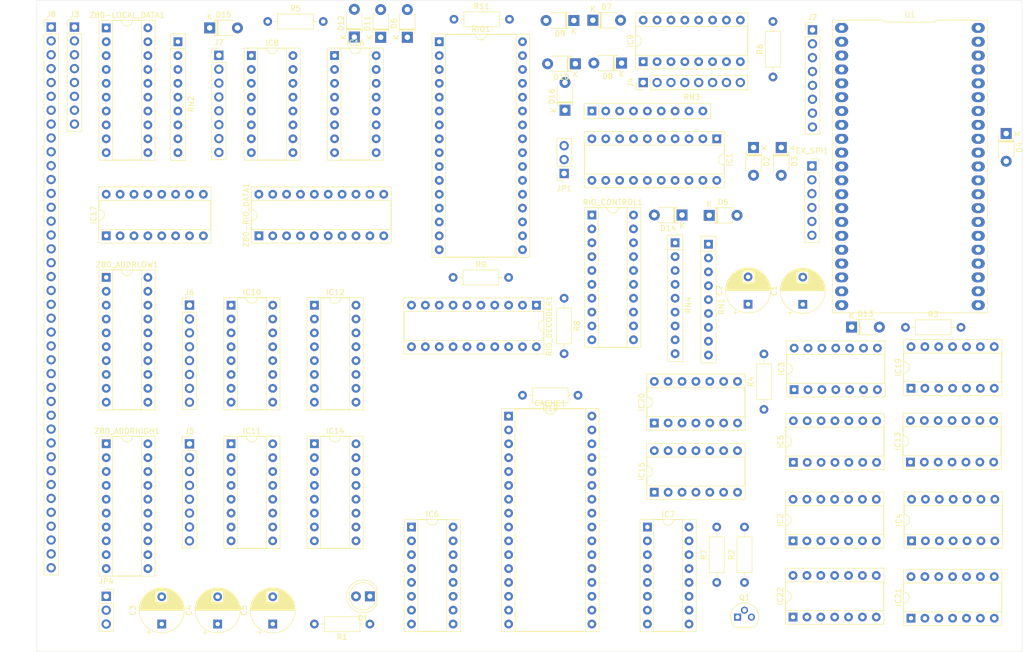
<source format=kicad_pcb>
(kicad_pcb (version 20221018) (generator pcbnew)
  (layers (0 "F.Cu" signal) (31 "B.Cu" signal) (34 "B.Paste" user) (35 "F.Paste" user) (36 "B.SilkS" user "B.Silkscreen") (37 "F.SilkS" user "F.Silkscreen") (38 "B.Mask" user) (39 "F.Mask" user) (44 "Edge.Cuts" user))
  (net 0 "")
  (net 1 "/CORE/ESP_WAIT_RESET")
  (net 2 "GND")
  (net 3 "VCC")
  (net 4 "Net-(IC5A-I0)")
  (net 5 "/CACHE/LOCAL_DATA_3")
  (net 7 "/CACHE/LOCAL_DATA_4")
  (net 8 "Net-(D1-K)")
  (net 9 "/CACHE/LOCAL_DATA_5")
  (net 10 "/CACHE/LOCAL_ADD_12")
  (net 11 "/CACHE/LOCAL_DATA_6")
  (net 12 "/CACHE/LOCAL_ADD_7")
  (net 13 "/CACHE/LOCAL_DATA_7")
  (net 14 "/CACHE/LOCAL_ADD_6")
  (net 15 "/CACHE/CACHE_CS")
  (net 16 "/CACHE/LOCAL_ADD_5")
  (net 17 "/CACHE/LOCAL_ADD_10")
  (net 18 "/CACHE/LOCAL_ADD_4")
  (net 19 "/CACHE/CACHE_OE")
  (net 20 "/CACHE/LOCAL_ADD_3")
  (net 21 "/CACHE/LOCAL_ADD_11")
  (net 22 "/CACHE/LOCAL_ADD_2")
  (net 23 "/CACHE/LOCAL_ADD_9")
  (net 24 "/CACHE/LOCAL_ADD_1")
  (net 25 "/CACHE/LOCAL_ADD_8")
  (net 26 "/CACHE/LOCAL_ADD_0")
  (net 27 "Net-(D4-K)")
  (net 28 "/CACHE/LOCAL_DATA_0")
  (net 29 "/CACHE/CACHE_WE")
  (net 30 "/CACHE/LOCAL_DATA_1")
  (net 31 "/CACHE/CACHE_CE2")
  (net 32 "/CACHE/LOCAL_DATA_2")
  (net 33 "Net-(D5-K)")
  (net 34 "Net-(D13-K)")
  (net 35 "Net-(D14-K)")
  (net 36 "/CORE/ESP_CONTROL_Z80")
  (net 37 "Net-(D15-K)")
  (net 38 "/CORE/SPIBUS/VCC")
  (net 39 "Net-(D16-K)")
  (net 40 "/CORE/ESP_INT")
  (net 41 "Net-(IC13D-O)")
  (net 42 "Net-(IC13A-I0)")
  (net 43 "Net-(IC2C-O)")
  (net 44 "Net-(IC2D-O)")
  (net 45 "Net-(IC2E-O)")
  (net 46 "Net-(IC2E-I)")
  (net 52 "Net-(IC6A-RCO)")
  (net 53 "/CORE/EX_SS")
  (net 54 "/CORE/EX_SCK")
  (net 55 "/CORE/EX_MISO")
  (net 56 "/CORE/EX_MOSI")
  (net 62 "Net-(IC8A-QH*)")
  (net 63 "Net-(IC10A-SER)")
  (net 64 "/CORE/!ESP_HARDLOCK")
  (net 65 "/CORE/ESP_HARDLOCK")
  (net 66 "Net-(IC10A-QH*)")
  (net 69 "Net-(IC12A-QH)")
  (net 70 "/CORE/PRE_Z80_HARDLOCK")
  (net 71 "Net-(IC12A-SER)")
  (net 72 "Net-(IC13C-O)")
  (net 74 "/CORE/CLR_Z80_HARDLOCK")
  (net 76 "/CACHE/CACHE_DATASTATUS+PERM_Z80_IORQ")
  (net 77 "Net-(IC16A-QH)")
  (net 79 "Net-(IC19B-O)")
  (net 80 "Net-(IC20C-I0)")
  (net 81 "Net-(IC21A-O)")
  (net 82 "Net-(IC21B-O)")
  (net 83 "Net-(IC21C-O)")
  (net 84 "/CORE/SPIBUS/ESP_SPI.MR")
  (net 85 "/Z80 BUS/GND")
  (net 86 "/Z80 BUS/VCC")
  (net 91 "Net-(Q1-B)")
  (net 92 "Net-(RIO_DECODER1A-DIR)")
  (net 101 "/RIO/ROM_WR_PROTECT+Z80_WR")
  (net 102 "/RIO/ESP_IOD_CONFIG+Z80_WR")
  (net 103 "/RIO/ROM_D_RDY")
  (net 104 "/RIO/DEC_CE")
  (net 106 "/RIO/Z80_RD+ESP_IOD_CONFIG+PERM_Z80_IORQ")
  (net 107 "/RIO/DEC16")
  (net 108 "/!CACHE_DATASTATUS")
  (net 109 "/Z80 BUS/Z80_DATA_DIR")
  (net 110 "/Z80 BUS/Z80_ADD_OE")
  (net 111 "/Z80 BUS/Z80_DATA_OE")
  (net 112 "/Z80 BUS/Z80_ADD_DIR")
  (net 113 "/RIO/Z80_A0")
  (net 114 "/RIO/Z80_A1")
  (net 115 "/RIO/Z80_A2")
  (net 116 "/RIO/Z80_A3")
  (net 117 "/RIO/Z80_A4")
  (net 118 "/RIO/Z80_A5")
  (net 119 "/RIO/Z80_A6")
  (net 120 "/RIO/Z80_A7")
  (net 121 "/RIO/Z80_D0")
  (net 122 "/RIO/Z80_D1")
  (net 123 "/RIO/Z80_D2")
  (net 124 "/RIO/Z80_D3")
  (net 125 "/RIO/Z80_D4")
  (net 126 "/RIO/Z80_D5")
  (net 127 "/RIO/Z80_D6")
  (net 128 "/RIO/Z80_D7")
  (net 133 "/RIO/Z80_A8")
  (net 134 "/RIO/Z80_A9")
  (net 135 "/RIO/Z80_A10")
  (net 136 "/RIO/Z80_A11")
  (net 137 "/RIO/Z80_A12")
  (net 138 "/RIO/Z80_A13")
  (net 139 "/RIO/Z80_A14")
  (net 140 "/RIO/Z80_A15")
  (net 144 "/RIO/RIO_CE2")
  (net 145 "/RIO/DEC15")
  (net 146 "/RIO/ROM_D2")
  (net 147 "/RIO/ROM_D1")
  (net 148 "/RIO/DEC_WE")
  (net 149 "/RIO/ROM_D0")
  (net 150 "/RIO/DEC_OE")
  (net 151 "/RIO/ROM_D7")
  (net 152 "/RIO/ROM_D6")
  (net 153 "/RIO/ROM_D5")
  (net 154 "/RIO/DEC14")
  (net 155 "/RIO/ROM_D4")
  (net 156 "/RIO/ROM_D3")
  (net 159 "/CORE/SD_CARD_SS")
  (footprint "Capacitor_THT:CP_Radial_D8.0mm_P5.00mm" (layer "F.Cu") (at 66.04 147.32 90)
    (fp_text reference "C3")
    (fp_text value "10 uf")
  )
  (footprint "Capacitor_THT:CP_Radial_D8.0mm_P5.00mm" (layer "F.Cu") (at 76.28 147.32 90)
    (fp_text reference "C4")
    (fp_text value ".1 uf")
  )
  (footprint "Capacitor_THT:CP_Radial_D8.0mm_P5.00mm" (layer "F.Cu") (at 86.36 147.32 90)
    (fp_text reference "C5")
    (fp_text value ".1 uf")
  )
  (footprint "LED_THT:LED_D5.0mm" (layer "F.Cu") (at 104.14 142.24 180)
    (fp_text reference "D1")
    (fp_text value "POWER_LED")
  )
  (footprint "Diode_THT:D_T-1_P5.08mm_Horizontal" (layer "F.Cu") (at 144.9578 36.703)
    (fp_text reference "D7")
    (fp_text value "1N4148")
  )
  (footprint "Diode_THT:D_T-1_P5.08mm_Horizontal" (layer "F.Cu") (at 150.2156 44.5516 180)
    (fp_text reference "D8")
    (fp_text value "1N4148")
  )
  (footprint "Diode_THT:D_T-1_P5.08mm_Horizontal" (layer "F.Cu") (at 141.478 36.7538 180)
    (fp_text reference "D9")
    (fp_text value "1N4148")
  )
  (footprint "Diode_THT:D_T-1_P5.08mm_Horizontal" (layer "F.Cu") (at 141.7574 44.6786 180)
    (fp_text reference "D10")
    (fp_text value "1N4148")
  )
  (footprint "Diode_THT:D_T-1_P5.08mm_Horizontal" (layer "F.Cu") (at 161.29 72.39 180)
    (fp_text reference "D14")
    (fp_text value "1N4148")
  )
  (footprint "Package_DIP:DIP-20_W7.62mm_Socket" (layer "F.Cu") (at 167.64 58.42 -90)
    (fp_text reference "IC1")
    (fp_text value "74244N")
  )
  (footprint "Package_DIP:DIP-14_W7.62mm_Socket" (layer "F.Cu") (at 156.205 123.18 90)
    (fp_text reference "IC15")
    (fp_text value "7408N")
  )
  (footprint "Connector_PinSocket_2.54mm:PinSocket_1x03_P2.54mm_Vertical" (layer "F.Cu") (at 139.7 64.77 180)
    (fp_text reference "JP1")
    (fp_text value "PINHD-ADDR_FILTER")
  )
  (footprint "Connector_PinSocket_2.54mm:PinSocket_1x03_P2.54mm_Vertical" (layer "F.Cu") (at 55.88 142.24)
    (fp_text reference "JP4")
    (fp_text value "PINHD-POWER/RESET")
  )
  (footprint "Package_TO_SOT_THT:TO-92" (layer "F.Cu") (at 171.45 146.05)
    (fp_text reference "Q1")
    (fp_text value "2N2222 (BC337)")
  )
  (footprint "Resistor_THT:R_Axial_DIN0207_L6.3mm_D2.5mm_P10.16mm_Horizontal" (layer "F.Cu") (at 104.14 147.32 180)
    (fp_text reference "R1")
    (fp_text value "1K")
  )
  (footprint "Resistor_THT:R_Axial_DIN0207_L6.3mm_D2.5mm_P10.16mm_Horizontal" (layer "F.Cu") (at 172.72 139.7 90)
    (fp_text reference "R2")
    (fp_text value "1K")
  )
  (footprint "Resistor_THT:R_Axial_DIN0207_L6.3mm_D2.5mm_P10.16mm_Horizontal" (layer "F.Cu") (at 177.927 47.0916 90)
    (fp_text reference "R6")
    (fp_text value "22K")
  )
  (footprint "Resistor_THT:R_Axial_DIN0207_L6.3mm_D2.5mm_P10.16mm_Horizontal" (layer "F.Cu") (at 167.64 139.7 90)
    (fp_text reference "R7")
    (fp_text value "1K")
  )
  (footprint "Resistor_THT:R_Axial_DIN0207_L6.3mm_D2.5mm_P10.16mm_Horizontal" (layer "F.Cu") (at 139.7 87.63 -90)
    (fp_text reference "R8")
    (fp_text value "10K")
  )
  (footprint "Resistor_THT:R_Axial_DIN0207_L6.3mm_D2.5mm_P10.16mm_Horizontal" (layer "F.Cu") (at 119.38 83.82)
    (fp_text reference "R9")
    (fp_text value "10K")
  )
  (footprint "Resistor_THT:R_Axial_DIN0207_L6.3mm_D2.5mm_P10.16mm_Horizontal" (layer "F.Cu") (at 142.24 105.41 180)
    (fp_text reference "R10")
    (fp_text value "10K")
  )
  (footprint "Resistor_THT:R_Axial_DIN0207_L6.3mm_D2.5mm_P10.16mm_Horizontal" (layer "F.Cu") (at 119.5324 36.5252)
    (fp_text reference "R11")
    (fp_text value "10K")
  )
  (footprint "Package_DIP:DIP-20_W7.62mm_Socket" (layer "F.Cu") (at 134.62 88.9 -90)
    (fp_text reference "RIO_DECODER1")
    (fp_text value "74245N")
  )
  (footprint "Resistor_THT:R_Array_SIP9" (layer "F.Cu") (at 166.116 77.724 -90)
    (fp_text reference "RN1")
    (fp_text value "4609M-101-103LF")
  )
  (footprint "Resistor_THT:R_Array_SIP9" (layer "F.Cu") (at 160.02 77.47 -90)
    (fp_text reference "RN4")
    (fp_text value "4609M-101-103LF")
  )
  (footprint "Package_DIP:DIP-20_W7.62mm_Socket" (layer "F.Cu") (at 83.82 76.2 90)
    (fp_text reference "Z80-RIO_DATA1")
    (fp_text value "74245N")
  )
  (footprint "Package_DIP:DIP-20_W7.62mm_Socket" (layer "F.Cu") (at 55.88 83.82)
    (fp_text reference "Z80_ADDRLOW1")
    (fp_text value "74245N")
  )
  (footprint "Connector_PinHeader_2.54mm:PinHeader_1x08_P2.54mm_Vertical" (layer "F.Cu") (at 185.166 38.481)
    (fp_text reference "J2")
    (fp_text value "DIAG-ESP_SPI")
  )
  (footprint "Connector_PinHeader_2.54mm:PinHeader_1x40_P2.54mm_Vertical" (layer "F.Cu") (at 45.7962 37.9476)
    (fp_text reference "J8")
    (fp_text value "DIAG-HOST_SYSTEM_BUS")
  )
  (footprint "Package_DIP:DIP-32_W15.24mm_Socket" (layer "F.Cu") (at 116.84 40.64)
    (fp_text reference "RIO1")
    (fp_text value "AS6C1008-55PCN")
  )
  (footprint "Connector_PinHeader_2.54mm:PinHeader_1x08_P2.54mm_Vertical" (layer "F.Cu") (at 154.178 48.1076 90)
    (fp_text reference "J4")
    (fp_text value "DIAG-ESP_CONTROL")
  )
  (footprint "Connector_PinHeader_2.54mm:PinHeader_1x08_P2.54mm_Vertical" (layer "F.Cu") (at 50.0634 37.9476)
    (fp_text reference "J3")
    (fp_text value "DIAG-Z80_CONTROL")
  )
  (footprint "Diode_THT:D_T-1_P5.08mm_Horizontal" (layer "F.Cu") (at 139.8524 53.1876 90)
    (fp_text reference "D16")
    (fp_text value "1N4148")
  )
  (footprint "Package_DIP:DIP-16_W7.62mm_Socket" (layer "F.Cu") (at 55.88 76.2 90)
    (fp_text reference "IC17")
    (fp_text value "74165N")
  )
  (footprint "Resistor_THT:R_Array_SIP9" (layer "F.Cu") (at 144.78 53.34)
    (fp_text reference "RN3")
    (fp_text value "4609M-101-103LF")
  )
  (footprint "Package_DIP:DIP-16_W7.62mm_Socket" (layer "F.Cu") (at 154.178 44.2976 90)
    (fp_text reference "IC9")
    (fp_text value "74595N")
  )
  (footprint "Capacitor_THT:CP_Radial_D8.0mm_P5.00mm" (layer "F.Cu") (at 173.3804 88.7184 90)
    (fp_text reference "C2")
    (fp_text value "10UF")
  )
  (footprint "Diode_THT:D_T-1_P5.08mm_Horizontal" (layer "F.Cu") (at 106.1212 39.8272 90)
    (fp_text reference "D11")
    (fp_text value "1N4148")
  )
  (footprint "Diode_THT:D_T-1_P5.08mm_Horizontal" (layer "F.Cu") (at 192.3288 92.9132)
    (fp_text reference "D13")
    (fp_text value "1N4148")
  )
  (footprint "Resistor_THT:R_Axial_DIN0207_L6.3mm_D2.5mm_P10.16mm_Horizontal" (layer "F.Cu") (at 202.184 92.964)
    (fp_text reference "R3")
    (fp_text value "22K")
  )
  (footprint "Diode_THT:D_T-1_P5.08mm_Horizontal" (layer "F.Cu") (at 220.6244 57.4548 -90)
    (fp_text reference "D4")
    (fp_text value "1N4148")
  )
  (footprint "Diode_THT:D_T-1_P5.08mm_Horizontal" (layer "F.Cu") (at 174.371 60.0202 -90)
    (fp_text reference "D2")
    (fp_text value "1N4148")
  )
  (footprint "Diode_THT:D_T-1_P5.08mm_Horizontal" (layer "F.Cu") (at 179.451 60.0202 -90)
    (fp_text reference "D3")
    (fp_text value "1N4148")
  )
  (footprint "Capacitor_THT:CP_Radial_D8.0mm_P5.00mm" (layer "F.Cu") (at 183.388 88.762651 90)
    (fp_text reference "C1")
    (fp_text value "10UF")
  )
  (footprint "Diode_THT:D_T-1_P5.08mm_Horizontal" (layer "F.Cu") (at 110.998 39.8272 90)
    (fp_text reference "D6")
    (fp_text value "1N4148")
  )
  (footprint "Diode_THT:D_T-1_P5.08mm_Horizontal" (layer "F.Cu") (at 166.2684 72.4408)
    (fp_text reference "D5")
    (fp_text value "1N4148")
  )
  (footprint "esp32-wrover:FREENOVE_ESP32-WROVER-DEV" (layer "F.Cu") (at 203 62.23)
    (fp_text reference "U1")
    (fp_text value "FREENOVE_ESP32-WROVER-DEV")
  )
  (footprint "Connector_PinSocket_2.54mm:PinSocket_1x06_P2.54mm_Vertical" (layer "F.Cu") (at 185.0644 63.3984)
    (fp_text reference "EX_SPI1")
    (fp_text value "PINHD-1X6")
  )
  (footprint "Resistor_THT:R_Axial_DIN0207_L6.3mm_D2.5mm_P10.16mm_Horizontal" (layer "F.Cu") (at 176.276 108.0008 90)
    (fp_text reference "R4")
    (fp_text value "22K")
  )
  (footprint "Diode_THT:D_T-1_P5.08mm_Horizontal" (layer "F.Cu") (at 101.2952 39.7764 90)
    (fp_text reference "D12")
    (fp_text value "1N4148")
  )
  (footprint "Resistor_THT:R_Axial_DIN0207_L6.3mm_D2.5mm_P10.16mm_Horizontal" (layer "F.Cu") (at 85.4456 36.9316)
    (fp_text reference "R5")
    (fp_text value "22K")
  )
  (footprint "Package_DIP:DIP-20_W7.62mm_Socket" (layer "F.Cu") (at 144.78 72.39)
    (fp_text reference "RIO_CONTROL1")
    (fp_text value "74244N")
  )
  (footprint "Package_DIP:DIP-16_W7.62mm_Socket" (layer "F.Cu") (at 93.98 88.9)
    (fp_text reference "IC12")
    (fp_text value "74165N")
  )
  (footprint "Package_DIP:DIP-16_W7.62mm_Socket" (layer "F.Cu") (at 93.98 114.3)
    (fp_text reference "IC14")
    (fp_text value "74165N")
  )
  (footprint "Package_DIP:DIP-20_W7.62mm_Socket" (layer "F.Cu") (at 55.88 114.3)
    (fp_text reference "Z80_ADDRHIGH1")
    (fp_text value "74245N")
  )
  (footprint "Connector_PinHeader_2.54mm:PinHeader_1x08_P2.54mm_Vertical" (layer "F.Cu") (at 71.12 114.3)
    (fp_text reference "J5")
    (fp_text value "DIAG-LOCAL_ADD_HIGH")
  )
  (footprint "Package_DIP:DIP-16_W7.62mm_Socket" (layer "F.Cu") (at 78.74 114.3)
    (fp_text reference "IC11")
    (fp_text value "74595N")
  )
  (footprint "Connector_PinHeader_2.54mm:PinHeader_1x08_P2.54mm_Vertical" (layer "F.Cu") (at 71.12 88.9)
    (fp_text reference "J6")
    (fp_text value "DIAG-LOCAL_ADD_LOW")
  )
  (footprint "Package_DIP:DIP-32_W15.24mm_Socket" (layer "F.Cu") (at 129.54 109.22)
    (fp_text reference "CACHE1")
    (fp_text value "AS6C1008-55PCN")
  )
  (footprint "Package_DIP:DIP-16_W7.62mm_Socket" (layer "F.Cu") (at 111.76 129.54)
    (fp_text reference "IC6")
    (fp_text value "74590N")
  )
  (footprint "Package_DIP:DIP-14_W7.62mm_Socket" (layer "F.Cu") (at 181.8082 104.384 90)
    (fp_text reference "IC3")
    (fp_text value "7474N")
  )
  (footprint "Package_DIP:DIP-14_W7.62mm_Socket" (layer "F.Cu") (at 203.195 104.13 90)
    (fp_text reference "IC19")
    (fp_text value "7432N")
  )
  (footprint "Package_DIP:DIP-14_W7.62mm_Socket" (layer "F.Cu") (at 156.205 110.49 90)
    (fp_text reference "IC20")
    (fp_text value "7408N")
  )
  (footprint "Package_DIP:DIP-14_W7.62mm_Socket" (layer "F.Cu") (at 181.605 146.04 90)
    (fp_text reference "IC22")
    (fp_text value "7432N")
  )
  (footprint "Package_DIP:DIP-14_W7.62mm_Socket" (layer "F.Cu") (at 203.3016 132.08 90)
    (fp_text reference "IC4")
    (fp_text value "7432N")
  )
  (footprint "Package_DIP:DIP-16_W7.62mm_Socket" (layer "F.Cu") (at 154.94 129.54)
    (fp_text reference "IC7")
    (fp_text value "74590N")
  )
  (footprint "Package_DIP:DIP-16_W7.62mm_Socket" (layer "F.Cu") (at 78.74 88.9)
    (fp_text reference "IC10")
    (fp_text value "74595N")
  )
  (footprint "Package_DIP:DIP-16_W7.62mm_Socket" (layer "F.Cu") (at 82.44 43.18)
    (fp_text reference "IC8")
    (fp_text value "74595N")
  )
  (footprint "Package_DIP:DIP-16_W7.62mm_Socket" (layer "F.Cu") (at 97.68 43.18)
    (fp_text reference "IC16")
    (fp_text value "74165N")
  )
  (footprint "Connector_PinHeader_2.54mm:PinHeader_1x08_P2.54mm_Vertical" (layer "F.Cu") (at 76.5 43.14)
    (fp_text reference "J7")
    (fp_text value "DIAG-LOCAL_DATA")
  )
  (footprint "Diode_THT:D_T-1_P5.08mm_Horizontal" (layer "F.Cu") (at 74.82 38.1)
    (fp_text reference "D15")
    (fp_text value "1N4148")
  )
  (footprint "Resistor_THT:R_Array_SIP9" (layer "F.Cu") (at 69 40.64 -90)
    (fp_text reference "RN2")
    (fp_text value "4609M-101-103LF")
  )
  (footprint "Package_DIP:DIP-20_W7.62mm_Socket" (layer "F.Cu") (at 55.88 38.1)
    (fp_text reference "Z80-LOCAL_DATA1")
    (fp_text value "74245N")
  )
  (footprint "Package_DIP:DIP-14_W7.62mm_Socket" (layer "F.Cu") (at 181.61 132.08 90)
    (fp_text reference "IC2")
    (fp_text value "7404N")
  )
  (footprint "Package_DIP:DIP-14_W7.62mm_Socket" (layer "F.Cu") (at 203.0984 117.6528 90)
    (fp_text reference "IC13")
    (fp_text value "7432N")
  )
  (footprint "Package_DIP:DIP-14_W7.62mm_Socket" (layer "F.Cu") (at 203.2 146.2532 90)
    (fp_text reference "IC21")
    (fp_text value "7432N")
  )
  (footprint "Package_DIP:DIP-14_W7.62mm_Socket" (layer "F.Cu") (at 181.6608 117.7036 90)
    (fp_text reference "IC5")
    (fp_text value "7408N")
  )
  (gr_rect (start 43.18 33.02) (end 223.52 152.4) (stroke (width 0.05)) (fill none) (layer "Edge.Cuts"))
)
</source>
